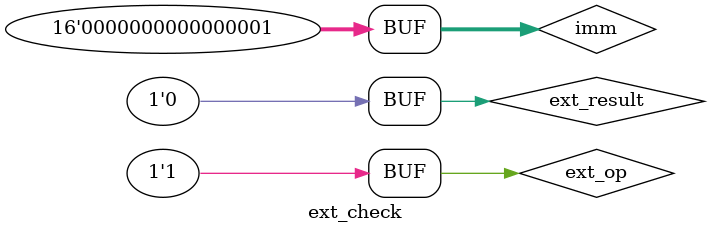
<source format=v>
`timescale 1ns / 1ps


module ext_check;

	// Inputs
	reg [15:0] imm;
	reg ext_op;
	reg ext_result;

	// Outputs
	wire [31:0] out;

	// Instantiate the Unit Under Test (UUT)
	ext uut (
		.imm(imm), 
		.out(out), 
		.ext_op(ext_op), 
		.ext_result(ext_result)
	);

	initial begin
		// Initialize Inputs
		imm = 16'h1;
		ext_op = 1;
		ext_result = 0;
		// Add stimulus h
		// Add stimulus here

	end
      
endmodule


</source>
